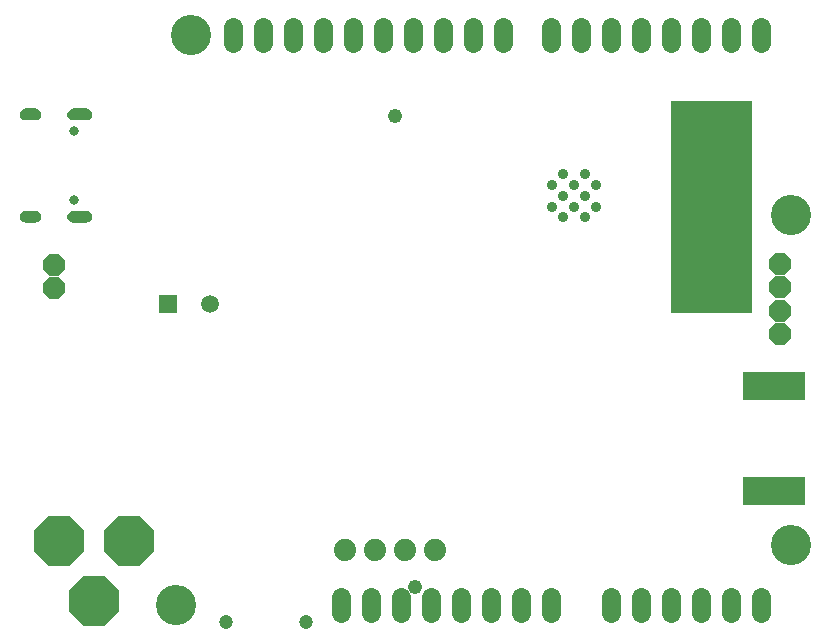
<source format=gbr>
G04 EAGLE Gerber RS-274X export*
G75*
%MOMM*%
%FSLAX34Y34*%
%LPD*%
%INSoldermask Bottom*%
%IPPOS*%
%AMOC8*
5,1,8,0,0,1.08239X$1,22.5*%
G01*
%ADD10C,3.403200*%
%ADD11C,1.625600*%
%ADD12C,0.911200*%
%ADD13C,0.803200*%
%ADD14R,1.511200X1.511200*%
%ADD15C,1.511200*%
%ADD16P,4.549502X8X202.500000*%
%ADD17P,4.549502X8X112.500000*%
%ADD18C,2.153200*%
%ADD19C,1.203200*%
%ADD20P,2.034460X8X112.500000*%
%ADD21P,2.034460X8X292.500000*%
%ADD22R,5.283200X2.489200*%
%ADD23C,1.879600*%
%ADD24C,1.219200*%

G36*
X627430Y272681D02*
X627430Y272681D01*
X627481Y272683D01*
X627513Y272701D01*
X627549Y272709D01*
X627588Y272742D01*
X627633Y272766D01*
X627654Y272796D01*
X627682Y272819D01*
X627703Y272866D01*
X627733Y272908D01*
X627741Y272950D01*
X627753Y272978D01*
X627752Y273008D01*
X627760Y273050D01*
X627760Y452120D01*
X627749Y452170D01*
X627747Y452221D01*
X627729Y452253D01*
X627721Y452289D01*
X627688Y452328D01*
X627664Y452373D01*
X627634Y452394D01*
X627611Y452422D01*
X627564Y452443D01*
X627522Y452473D01*
X627480Y452481D01*
X627452Y452493D01*
X627422Y452492D01*
X627380Y452500D01*
X558800Y452500D01*
X558750Y452489D01*
X558699Y452487D01*
X558667Y452469D01*
X558631Y452461D01*
X558592Y452428D01*
X558547Y452404D01*
X558526Y452374D01*
X558498Y452351D01*
X558477Y452304D01*
X558447Y452262D01*
X558439Y452220D01*
X558427Y452192D01*
X558428Y452162D01*
X558420Y452120D01*
X558420Y273050D01*
X558431Y273000D01*
X558433Y272949D01*
X558451Y272917D01*
X558459Y272881D01*
X558492Y272842D01*
X558516Y272797D01*
X558546Y272776D01*
X558569Y272748D01*
X558616Y272727D01*
X558658Y272697D01*
X558700Y272689D01*
X558728Y272677D01*
X558758Y272678D01*
X558800Y272670D01*
X627380Y272670D01*
X627430Y272681D01*
G37*
G36*
X63713Y349213D02*
X63713Y349213D01*
X63716Y349211D01*
X64828Y349336D01*
X64834Y349342D01*
X64839Y349339D01*
X65896Y349709D01*
X65900Y349716D01*
X65906Y349713D01*
X66854Y350309D01*
X66857Y350317D01*
X66862Y350316D01*
X67654Y351108D01*
X67655Y351116D01*
X67661Y351116D01*
X68257Y352064D01*
X68256Y352073D01*
X68261Y352074D01*
X68631Y353131D01*
X68630Y353135D01*
X68632Y353137D01*
X68630Y353140D01*
X68634Y353142D01*
X68759Y354255D01*
X68755Y354261D01*
X68759Y354265D01*
X68646Y355368D01*
X68640Y355374D01*
X68644Y355379D01*
X68288Y356428D01*
X68281Y356433D01*
X68283Y356438D01*
X67703Y357383D01*
X67696Y357386D01*
X67696Y357392D01*
X66921Y358183D01*
X66912Y358185D01*
X66912Y358190D01*
X65979Y358790D01*
X65971Y358789D01*
X65970Y358794D01*
X64927Y359171D01*
X64919Y359169D01*
X64916Y359174D01*
X63816Y359309D01*
X63813Y359307D01*
X63812Y359307D01*
X63810Y359309D01*
X52810Y359309D01*
X52807Y359307D01*
X52805Y359309D01*
X51680Y359194D01*
X51674Y359188D01*
X51669Y359191D01*
X50598Y358828D01*
X50594Y358821D01*
X50588Y358824D01*
X49625Y358231D01*
X49622Y358224D01*
X49616Y358225D01*
X48808Y357433D01*
X48807Y357425D01*
X48802Y357424D01*
X48190Y356473D01*
X48191Y356467D01*
X48187Y356464D01*
X48187Y356463D01*
X48186Y356463D01*
X47801Y355399D01*
X47804Y355391D01*
X47799Y355388D01*
X47661Y354266D01*
X47665Y354259D01*
X47661Y354255D01*
X47786Y353142D01*
X47792Y353136D01*
X47789Y353131D01*
X48159Y352074D01*
X48166Y352070D01*
X48163Y352064D01*
X48759Y351116D01*
X48767Y351113D01*
X48766Y351108D01*
X49558Y350316D01*
X49566Y350315D01*
X49566Y350309D01*
X50514Y349713D01*
X50523Y349714D01*
X50524Y349709D01*
X51581Y349339D01*
X51589Y349341D01*
X51592Y349336D01*
X52705Y349211D01*
X52708Y349213D01*
X52710Y349211D01*
X63710Y349211D01*
X63713Y349213D01*
G37*
G36*
X63713Y435713D02*
X63713Y435713D01*
X63716Y435711D01*
X64828Y435836D01*
X64834Y435842D01*
X64839Y435839D01*
X65896Y436209D01*
X65900Y436216D01*
X65906Y436213D01*
X66854Y436809D01*
X66857Y436817D01*
X66862Y436816D01*
X67654Y437608D01*
X67655Y437616D01*
X67661Y437616D01*
X68257Y438564D01*
X68256Y438573D01*
X68261Y438574D01*
X68631Y439631D01*
X68630Y439635D01*
X68632Y439637D01*
X68630Y439640D01*
X68634Y439642D01*
X68759Y440755D01*
X68755Y440762D01*
X68759Y440766D01*
X68634Y441878D01*
X68628Y441884D01*
X68631Y441889D01*
X68261Y442946D01*
X68255Y442950D01*
X68257Y442956D01*
X67661Y443904D01*
X67653Y443907D01*
X67654Y443912D01*
X66862Y444704D01*
X66854Y444705D01*
X66854Y444711D01*
X65906Y445307D01*
X65897Y445306D01*
X65896Y445311D01*
X64839Y445681D01*
X64831Y445679D01*
X64828Y445684D01*
X63716Y445809D01*
X63712Y445807D01*
X63710Y445809D01*
X52710Y445809D01*
X52707Y445807D01*
X52706Y445807D01*
X52705Y445809D01*
X51592Y445684D01*
X51586Y445678D01*
X51581Y445681D01*
X50524Y445311D01*
X50520Y445305D01*
X50514Y445307D01*
X49566Y444711D01*
X49563Y444703D01*
X49558Y444704D01*
X48766Y443912D01*
X48765Y443904D01*
X48759Y443904D01*
X48163Y442956D01*
X48164Y442947D01*
X48159Y442946D01*
X47789Y441889D01*
X47791Y441883D01*
X47787Y441880D01*
X47788Y441879D01*
X47786Y441878D01*
X47661Y440766D01*
X47665Y440758D01*
X47661Y440755D01*
X47786Y439642D01*
X47792Y439636D01*
X47789Y439631D01*
X48159Y438574D01*
X48166Y438570D01*
X48163Y438564D01*
X48759Y437616D01*
X48767Y437613D01*
X48766Y437608D01*
X49558Y436816D01*
X49566Y436815D01*
X49566Y436809D01*
X50514Y436213D01*
X50523Y436214D01*
X50524Y436209D01*
X51581Y435839D01*
X51589Y435841D01*
X51592Y435836D01*
X52705Y435711D01*
X52708Y435713D01*
X52710Y435711D01*
X63710Y435711D01*
X63713Y435713D01*
G37*
G36*
X20513Y435713D02*
X20513Y435713D01*
X20516Y435711D01*
X21628Y435836D01*
X21634Y435842D01*
X21639Y435839D01*
X22696Y436209D01*
X22700Y436216D01*
X22706Y436213D01*
X23654Y436809D01*
X23657Y436817D01*
X23662Y436816D01*
X24454Y437608D01*
X24455Y437616D01*
X24461Y437616D01*
X25057Y438564D01*
X25056Y438573D01*
X25061Y438574D01*
X25431Y439631D01*
X25430Y439635D01*
X25432Y439637D01*
X25430Y439640D01*
X25434Y439642D01*
X25559Y440755D01*
X25555Y440762D01*
X25559Y440766D01*
X25434Y441878D01*
X25428Y441884D01*
X25431Y441889D01*
X25061Y442946D01*
X25055Y442950D01*
X25057Y442956D01*
X24461Y443904D01*
X24453Y443907D01*
X24454Y443912D01*
X23662Y444704D01*
X23654Y444705D01*
X23654Y444711D01*
X22706Y445307D01*
X22697Y445306D01*
X22696Y445311D01*
X21639Y445681D01*
X21631Y445679D01*
X21628Y445684D01*
X20516Y445809D01*
X20512Y445807D01*
X20510Y445809D01*
X12510Y445809D01*
X12507Y445807D01*
X12506Y445807D01*
X12505Y445809D01*
X11392Y445684D01*
X11386Y445678D01*
X11381Y445681D01*
X10324Y445311D01*
X10320Y445305D01*
X10314Y445307D01*
X9366Y444711D01*
X9363Y444703D01*
X9358Y444704D01*
X8566Y443912D01*
X8565Y443904D01*
X8559Y443904D01*
X7963Y442956D01*
X7964Y442947D01*
X7959Y442946D01*
X7589Y441889D01*
X7591Y441883D01*
X7587Y441880D01*
X7588Y441879D01*
X7586Y441878D01*
X7461Y440766D01*
X7465Y440758D01*
X7461Y440755D01*
X7586Y439642D01*
X7592Y439636D01*
X7589Y439631D01*
X7959Y438574D01*
X7966Y438570D01*
X7963Y438564D01*
X8559Y437616D01*
X8567Y437613D01*
X8566Y437608D01*
X9358Y436816D01*
X9366Y436815D01*
X9366Y436809D01*
X10314Y436213D01*
X10323Y436214D01*
X10324Y436209D01*
X11381Y435839D01*
X11389Y435841D01*
X11392Y435836D01*
X12505Y435711D01*
X12508Y435713D01*
X12510Y435711D01*
X20510Y435711D01*
X20513Y435713D01*
G37*
G36*
X20513Y349213D02*
X20513Y349213D01*
X20516Y349211D01*
X21628Y349336D01*
X21634Y349342D01*
X21639Y349339D01*
X22696Y349709D01*
X22700Y349716D01*
X22706Y349713D01*
X23654Y350309D01*
X23657Y350317D01*
X23662Y350316D01*
X24454Y351108D01*
X24455Y351116D01*
X24461Y351116D01*
X25057Y352064D01*
X25056Y352073D01*
X25061Y352074D01*
X25431Y353131D01*
X25430Y353135D01*
X25432Y353137D01*
X25430Y353140D01*
X25434Y353142D01*
X25559Y354255D01*
X25555Y354262D01*
X25559Y354266D01*
X25434Y355378D01*
X25428Y355384D01*
X25431Y355389D01*
X25061Y356446D01*
X25055Y356450D01*
X25057Y356456D01*
X24461Y357404D01*
X24453Y357407D01*
X24454Y357412D01*
X23662Y358204D01*
X23654Y358205D01*
X23654Y358211D01*
X22706Y358807D01*
X22697Y358806D01*
X22696Y358811D01*
X21639Y359181D01*
X21631Y359179D01*
X21628Y359184D01*
X20516Y359309D01*
X20512Y359307D01*
X20510Y359309D01*
X12510Y359309D01*
X12507Y359307D01*
X12506Y359307D01*
X12505Y359309D01*
X11392Y359184D01*
X11386Y359178D01*
X11381Y359181D01*
X10324Y358811D01*
X10320Y358805D01*
X10314Y358807D01*
X9366Y358211D01*
X9363Y358203D01*
X9358Y358204D01*
X8566Y357412D01*
X8565Y357404D01*
X8559Y357404D01*
X7963Y356456D01*
X7964Y356447D01*
X7959Y356446D01*
X7589Y355389D01*
X7591Y355383D01*
X7587Y355380D01*
X7588Y355379D01*
X7586Y355378D01*
X7461Y354266D01*
X7465Y354258D01*
X7461Y354255D01*
X7586Y353142D01*
X7592Y353136D01*
X7589Y353131D01*
X7959Y352074D01*
X7966Y352070D01*
X7963Y352064D01*
X8559Y351116D01*
X8567Y351113D01*
X8566Y351108D01*
X9358Y350316D01*
X9366Y350315D01*
X9366Y350309D01*
X10314Y349713D01*
X10323Y349714D01*
X10324Y349709D01*
X11381Y349339D01*
X11389Y349341D01*
X11392Y349336D01*
X12505Y349211D01*
X12508Y349213D01*
X12510Y349211D01*
X20510Y349211D01*
X20513Y349213D01*
G37*
D10*
X660400Y355600D03*
X660400Y76200D03*
X152400Y508000D03*
X139700Y25400D03*
D11*
X635000Y500888D02*
X635000Y515112D01*
X609600Y515112D02*
X609600Y500888D01*
X584200Y500888D02*
X584200Y515112D01*
X558800Y515112D02*
X558800Y500888D01*
X533400Y500888D02*
X533400Y515112D01*
X508000Y515112D02*
X508000Y500888D01*
X482600Y500888D02*
X482600Y515112D01*
X457200Y515112D02*
X457200Y500888D01*
X416560Y500888D02*
X416560Y515112D01*
X391160Y515112D02*
X391160Y500888D01*
X365760Y500888D02*
X365760Y515112D01*
X340360Y515112D02*
X340360Y500888D01*
X314960Y500888D02*
X314960Y515112D01*
X289560Y515112D02*
X289560Y500888D01*
X264160Y500888D02*
X264160Y515112D01*
X238760Y515112D02*
X238760Y500888D01*
X213360Y500888D02*
X213360Y515112D01*
X187960Y515112D02*
X187960Y500888D01*
X508000Y32512D02*
X508000Y18288D01*
X533400Y18288D02*
X533400Y32512D01*
X558800Y32512D02*
X558800Y18288D01*
X584200Y18288D02*
X584200Y32512D01*
X609600Y32512D02*
X609600Y18288D01*
X635000Y18288D02*
X635000Y32512D01*
X279400Y32512D02*
X279400Y18288D01*
X304800Y18288D02*
X304800Y32512D01*
X330200Y32512D02*
X330200Y18288D01*
X355600Y18288D02*
X355600Y32512D01*
X381000Y32512D02*
X381000Y18288D01*
X406400Y18288D02*
X406400Y32512D01*
X431800Y32512D02*
X431800Y18288D01*
X457200Y18288D02*
X457200Y32512D01*
D12*
X495060Y381125D03*
X495060Y362775D03*
X485885Y390300D03*
X485885Y371950D03*
X485885Y353600D03*
X476710Y381125D03*
X476710Y362775D03*
X467535Y390300D03*
X467535Y371950D03*
X467535Y353600D03*
X458360Y381125D03*
X458360Y362775D03*
D13*
X53310Y426410D03*
X53310Y368610D03*
D14*
X133350Y280670D03*
D15*
X168350Y280670D03*
D16*
X70358Y29210D03*
D17*
X100330Y79248D03*
X40386Y79248D03*
D18*
X77978Y29210D03*
X62738Y29210D03*
X40386Y71628D03*
X40386Y86868D03*
X100330Y71628D03*
X100330Y86868D03*
D19*
X181900Y11430D03*
X249900Y11430D03*
D20*
X36830Y293530D03*
X36830Y313530D03*
D21*
X651510Y314480D03*
X651510Y294480D03*
X651510Y274480D03*
X651510Y254480D03*
D22*
X646176Y210566D03*
X646176Y122174D03*
D23*
X283210Y72390D03*
X308610Y72390D03*
X334010Y72390D03*
X359410Y72390D03*
D24*
X341903Y40367D03*
X325120Y439420D03*
M02*

</source>
